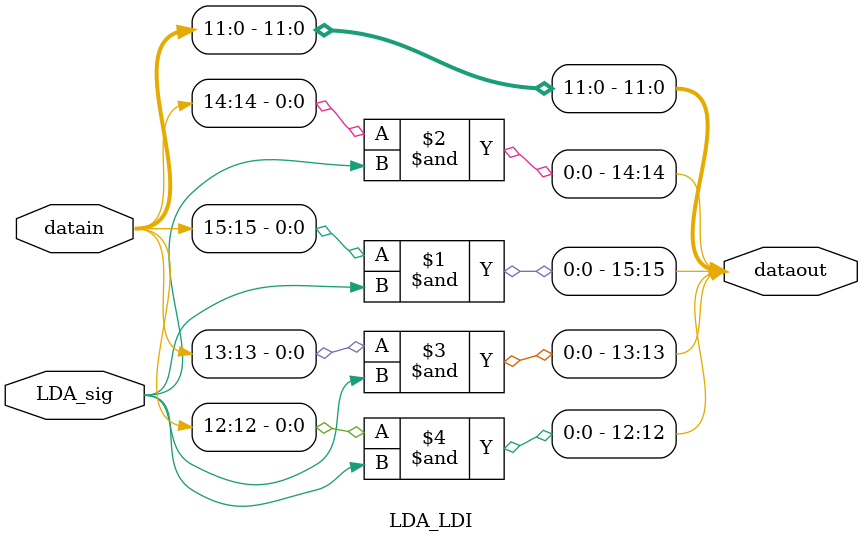
<source format=v>
module LDA_LDI(
    input [15:0] datain,
    input LDA_sig,
    output [15:0] dataout
);

assign dataout[15] = datain[15] & LDA_sig;
assign dataout[14] = datain[14] & LDA_sig;
assign dataout[13] = datain[13] & LDA_sig;
assign dataout[12] = datain[12] & LDA_sig;
assign dataout[11:0] = datain[11:0];

endmodule



</source>
